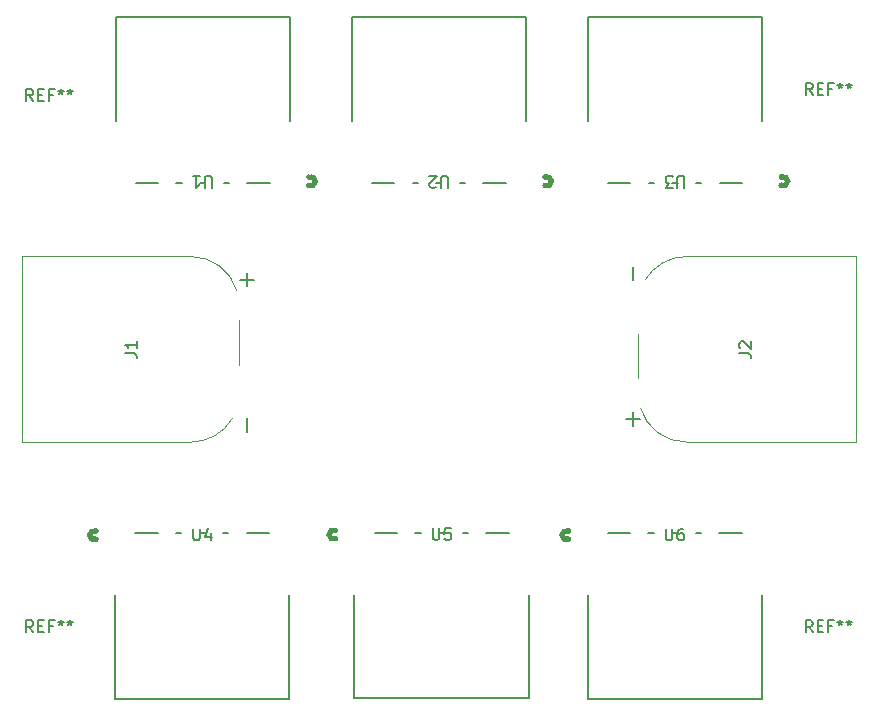
<source format=gbr>
%TF.GenerationSoftware,KiCad,Pcbnew,8.0.6*%
%TF.CreationDate,2025-05-08T15:46:12-04:00*%
%TF.ProjectId,5VConnectorBoard,3556436f-6e6e-4656-9374-6f72426f6172,rev?*%
%TF.SameCoordinates,Original*%
%TF.FileFunction,Legend,Top*%
%TF.FilePolarity,Positive*%
%FSLAX46Y46*%
G04 Gerber Fmt 4.6, Leading zero omitted, Abs format (unit mm)*
G04 Created by KiCad (PCBNEW 8.0.6) date 2025-05-08 15:46:12*
%MOMM*%
%LPD*%
G01*
G04 APERTURE LIST*
%ADD10C,0.150000*%
%ADD11C,0.120000*%
%ADD12C,0.152400*%
%ADD13C,0.508000*%
G04 APERTURE END LIST*
D10*
X159454819Y-91833333D02*
X160169104Y-91833333D01*
X160169104Y-91833333D02*
X160311961Y-91880952D01*
X160311961Y-91880952D02*
X160407200Y-91976190D01*
X160407200Y-91976190D02*
X160454819Y-92119047D01*
X160454819Y-92119047D02*
X160454819Y-92214285D01*
X159550057Y-91404761D02*
X159502438Y-91357142D01*
X159502438Y-91357142D02*
X159454819Y-91261904D01*
X159454819Y-91261904D02*
X159454819Y-91023809D01*
X159454819Y-91023809D02*
X159502438Y-90928571D01*
X159502438Y-90928571D02*
X159550057Y-90880952D01*
X159550057Y-90880952D02*
X159645295Y-90833333D01*
X159645295Y-90833333D02*
X159740533Y-90833333D01*
X159740533Y-90833333D02*
X159883390Y-90880952D01*
X159883390Y-90880952D02*
X160454819Y-91452380D01*
X160454819Y-91452380D02*
X160454819Y-90833333D01*
X150464700Y-97971428D02*
X150464700Y-96828571D01*
X151036128Y-97399999D02*
X149893271Y-97399999D01*
X150464700Y-85671428D02*
X150464700Y-84528571D01*
X99666666Y-115454819D02*
X99333333Y-114978628D01*
X99095238Y-115454819D02*
X99095238Y-114454819D01*
X99095238Y-114454819D02*
X99476190Y-114454819D01*
X99476190Y-114454819D02*
X99571428Y-114502438D01*
X99571428Y-114502438D02*
X99619047Y-114550057D01*
X99619047Y-114550057D02*
X99666666Y-114645295D01*
X99666666Y-114645295D02*
X99666666Y-114788152D01*
X99666666Y-114788152D02*
X99619047Y-114883390D01*
X99619047Y-114883390D02*
X99571428Y-114931009D01*
X99571428Y-114931009D02*
X99476190Y-114978628D01*
X99476190Y-114978628D02*
X99095238Y-114978628D01*
X100095238Y-114931009D02*
X100428571Y-114931009D01*
X100571428Y-115454819D02*
X100095238Y-115454819D01*
X100095238Y-115454819D02*
X100095238Y-114454819D01*
X100095238Y-114454819D02*
X100571428Y-114454819D01*
X101333333Y-114931009D02*
X101000000Y-114931009D01*
X101000000Y-115454819D02*
X101000000Y-114454819D01*
X101000000Y-114454819D02*
X101476190Y-114454819D01*
X102000000Y-114454819D02*
X102000000Y-114692914D01*
X101761905Y-114597676D02*
X102000000Y-114692914D01*
X102000000Y-114692914D02*
X102238095Y-114597676D01*
X101857143Y-114883390D02*
X102000000Y-114692914D01*
X102000000Y-114692914D02*
X102142857Y-114883390D01*
X102761905Y-114454819D02*
X102761905Y-114692914D01*
X102523810Y-114597676D02*
X102761905Y-114692914D01*
X102761905Y-114692914D02*
X103000000Y-114597676D01*
X102619048Y-114883390D02*
X102761905Y-114692914D01*
X102761905Y-114692914D02*
X102904762Y-114883390D01*
X133488097Y-106641226D02*
X133488097Y-107450749D01*
X133488097Y-107450749D02*
X133535716Y-107545987D01*
X133535716Y-107545987D02*
X133583335Y-107593607D01*
X133583335Y-107593607D02*
X133678573Y-107641226D01*
X133678573Y-107641226D02*
X133869049Y-107641226D01*
X133869049Y-107641226D02*
X133964287Y-107593607D01*
X133964287Y-107593607D02*
X134011906Y-107545987D01*
X134011906Y-107545987D02*
X134059525Y-107450749D01*
X134059525Y-107450749D02*
X134059525Y-106641226D01*
X135011906Y-106641226D02*
X134535716Y-106641226D01*
X134535716Y-106641226D02*
X134488097Y-107117416D01*
X134488097Y-107117416D02*
X134535716Y-107069797D01*
X134535716Y-107069797D02*
X134630954Y-107022178D01*
X134630954Y-107022178D02*
X134869049Y-107022178D01*
X134869049Y-107022178D02*
X134964287Y-107069797D01*
X134964287Y-107069797D02*
X135011906Y-107117416D01*
X135011906Y-107117416D02*
X135059525Y-107212654D01*
X135059525Y-107212654D02*
X135059525Y-107450749D01*
X135059525Y-107450749D02*
X135011906Y-107545987D01*
X135011906Y-107545987D02*
X134964287Y-107593607D01*
X134964287Y-107593607D02*
X134869049Y-107641226D01*
X134869049Y-107641226D02*
X134630954Y-107641226D01*
X134630954Y-107641226D02*
X134535716Y-107593607D01*
X134535716Y-107593607D02*
X134488097Y-107545987D01*
X114779304Y-77815281D02*
X114779304Y-77005758D01*
X114779304Y-77005758D02*
X114731685Y-76910520D01*
X114731685Y-76910520D02*
X114684066Y-76862901D01*
X114684066Y-76862901D02*
X114588828Y-76815281D01*
X114588828Y-76815281D02*
X114398352Y-76815281D01*
X114398352Y-76815281D02*
X114303114Y-76862901D01*
X114303114Y-76862901D02*
X114255495Y-76910520D01*
X114255495Y-76910520D02*
X114207876Y-77005758D01*
X114207876Y-77005758D02*
X114207876Y-77815281D01*
X113207876Y-76815281D02*
X113779304Y-76815281D01*
X113493590Y-76815281D02*
X113493590Y-77815281D01*
X113493590Y-77815281D02*
X113588828Y-77672424D01*
X113588828Y-77672424D02*
X113684066Y-77577186D01*
X113684066Y-77577186D02*
X113779304Y-77529567D01*
X154779304Y-77815281D02*
X154779304Y-77005758D01*
X154779304Y-77005758D02*
X154731685Y-76910520D01*
X154731685Y-76910520D02*
X154684066Y-76862901D01*
X154684066Y-76862901D02*
X154588828Y-76815281D01*
X154588828Y-76815281D02*
X154398352Y-76815281D01*
X154398352Y-76815281D02*
X154303114Y-76862901D01*
X154303114Y-76862901D02*
X154255495Y-76910520D01*
X154255495Y-76910520D02*
X154207876Y-77005758D01*
X154207876Y-77005758D02*
X154207876Y-77815281D01*
X153826923Y-77815281D02*
X153207876Y-77815281D01*
X153207876Y-77815281D02*
X153541209Y-77434329D01*
X153541209Y-77434329D02*
X153398352Y-77434329D01*
X153398352Y-77434329D02*
X153303114Y-77386710D01*
X153303114Y-77386710D02*
X153255495Y-77339091D01*
X153255495Y-77339091D02*
X153207876Y-77243853D01*
X153207876Y-77243853D02*
X153207876Y-77005758D01*
X153207876Y-77005758D02*
X153255495Y-76910520D01*
X153255495Y-76910520D02*
X153303114Y-76862901D01*
X153303114Y-76862901D02*
X153398352Y-76815281D01*
X153398352Y-76815281D02*
X153684066Y-76815281D01*
X153684066Y-76815281D02*
X153779304Y-76862901D01*
X153779304Y-76862901D02*
X153826923Y-76910520D01*
X153220695Y-106684719D02*
X153220695Y-107494242D01*
X153220695Y-107494242D02*
X153268314Y-107589480D01*
X153268314Y-107589480D02*
X153315933Y-107637100D01*
X153315933Y-107637100D02*
X153411171Y-107684719D01*
X153411171Y-107684719D02*
X153601647Y-107684719D01*
X153601647Y-107684719D02*
X153696885Y-107637100D01*
X153696885Y-107637100D02*
X153744504Y-107589480D01*
X153744504Y-107589480D02*
X153792123Y-107494242D01*
X153792123Y-107494242D02*
X153792123Y-106684719D01*
X154696885Y-106684719D02*
X154506409Y-106684719D01*
X154506409Y-106684719D02*
X154411171Y-106732338D01*
X154411171Y-106732338D02*
X154363552Y-106779957D01*
X154363552Y-106779957D02*
X154268314Y-106922814D01*
X154268314Y-106922814D02*
X154220695Y-107113290D01*
X154220695Y-107113290D02*
X154220695Y-107494242D01*
X154220695Y-107494242D02*
X154268314Y-107589480D01*
X154268314Y-107589480D02*
X154315933Y-107637100D01*
X154315933Y-107637100D02*
X154411171Y-107684719D01*
X154411171Y-107684719D02*
X154601647Y-107684719D01*
X154601647Y-107684719D02*
X154696885Y-107637100D01*
X154696885Y-107637100D02*
X154744504Y-107589480D01*
X154744504Y-107589480D02*
X154792123Y-107494242D01*
X154792123Y-107494242D02*
X154792123Y-107256147D01*
X154792123Y-107256147D02*
X154744504Y-107160909D01*
X154744504Y-107160909D02*
X154696885Y-107113290D01*
X154696885Y-107113290D02*
X154601647Y-107065671D01*
X154601647Y-107065671D02*
X154411171Y-107065671D01*
X154411171Y-107065671D02*
X154315933Y-107113290D01*
X154315933Y-107113290D02*
X154268314Y-107160909D01*
X154268314Y-107160909D02*
X154220695Y-107256147D01*
X107454819Y-91833333D02*
X108169104Y-91833333D01*
X108169104Y-91833333D02*
X108311961Y-91880952D01*
X108311961Y-91880952D02*
X108407200Y-91976190D01*
X108407200Y-91976190D02*
X108454819Y-92119047D01*
X108454819Y-92119047D02*
X108454819Y-92214285D01*
X108454819Y-90833333D02*
X108454819Y-91404761D01*
X108454819Y-91119047D02*
X107454819Y-91119047D01*
X107454819Y-91119047D02*
X107597676Y-91214285D01*
X107597676Y-91214285D02*
X107692914Y-91309523D01*
X107692914Y-91309523D02*
X107740533Y-91404761D01*
X117764700Y-98471428D02*
X117764700Y-97328571D01*
X117764700Y-86171428D02*
X117764700Y-85028571D01*
X118336128Y-85599999D02*
X117193271Y-85599999D01*
X99666666Y-70454819D02*
X99333333Y-69978628D01*
X99095238Y-70454819D02*
X99095238Y-69454819D01*
X99095238Y-69454819D02*
X99476190Y-69454819D01*
X99476190Y-69454819D02*
X99571428Y-69502438D01*
X99571428Y-69502438D02*
X99619047Y-69550057D01*
X99619047Y-69550057D02*
X99666666Y-69645295D01*
X99666666Y-69645295D02*
X99666666Y-69788152D01*
X99666666Y-69788152D02*
X99619047Y-69883390D01*
X99619047Y-69883390D02*
X99571428Y-69931009D01*
X99571428Y-69931009D02*
X99476190Y-69978628D01*
X99476190Y-69978628D02*
X99095238Y-69978628D01*
X100095238Y-69931009D02*
X100428571Y-69931009D01*
X100571428Y-70454819D02*
X100095238Y-70454819D01*
X100095238Y-70454819D02*
X100095238Y-69454819D01*
X100095238Y-69454819D02*
X100571428Y-69454819D01*
X101333333Y-69931009D02*
X101000000Y-69931009D01*
X101000000Y-70454819D02*
X101000000Y-69454819D01*
X101000000Y-69454819D02*
X101476190Y-69454819D01*
X102000000Y-69454819D02*
X102000000Y-69692914D01*
X101761905Y-69597676D02*
X102000000Y-69692914D01*
X102000000Y-69692914D02*
X102238095Y-69597676D01*
X101857143Y-69883390D02*
X102000000Y-69692914D01*
X102000000Y-69692914D02*
X102142857Y-69883390D01*
X102761905Y-69454819D02*
X102761905Y-69692914D01*
X102523810Y-69597676D02*
X102761905Y-69692914D01*
X102761905Y-69692914D02*
X103000000Y-69597676D01*
X102619048Y-69883390D02*
X102761905Y-69692914D01*
X102761905Y-69692914D02*
X102904762Y-69883390D01*
X165666666Y-115454819D02*
X165333333Y-114978628D01*
X165095238Y-115454819D02*
X165095238Y-114454819D01*
X165095238Y-114454819D02*
X165476190Y-114454819D01*
X165476190Y-114454819D02*
X165571428Y-114502438D01*
X165571428Y-114502438D02*
X165619047Y-114550057D01*
X165619047Y-114550057D02*
X165666666Y-114645295D01*
X165666666Y-114645295D02*
X165666666Y-114788152D01*
X165666666Y-114788152D02*
X165619047Y-114883390D01*
X165619047Y-114883390D02*
X165571428Y-114931009D01*
X165571428Y-114931009D02*
X165476190Y-114978628D01*
X165476190Y-114978628D02*
X165095238Y-114978628D01*
X166095238Y-114931009D02*
X166428571Y-114931009D01*
X166571428Y-115454819D02*
X166095238Y-115454819D01*
X166095238Y-115454819D02*
X166095238Y-114454819D01*
X166095238Y-114454819D02*
X166571428Y-114454819D01*
X167333333Y-114931009D02*
X167000000Y-114931009D01*
X167000000Y-115454819D02*
X167000000Y-114454819D01*
X167000000Y-114454819D02*
X167476190Y-114454819D01*
X168000000Y-114454819D02*
X168000000Y-114692914D01*
X167761905Y-114597676D02*
X168000000Y-114692914D01*
X168000000Y-114692914D02*
X168238095Y-114597676D01*
X167857143Y-114883390D02*
X168000000Y-114692914D01*
X168000000Y-114692914D02*
X168142857Y-114883390D01*
X168761905Y-114454819D02*
X168761905Y-114692914D01*
X168523810Y-114597676D02*
X168761905Y-114692914D01*
X168761905Y-114692914D02*
X169000000Y-114597676D01*
X168619048Y-114883390D02*
X168761905Y-114692914D01*
X168761905Y-114692914D02*
X168904762Y-114883390D01*
X113220695Y-106684719D02*
X113220695Y-107494242D01*
X113220695Y-107494242D02*
X113268314Y-107589480D01*
X113268314Y-107589480D02*
X113315933Y-107637100D01*
X113315933Y-107637100D02*
X113411171Y-107684719D01*
X113411171Y-107684719D02*
X113601647Y-107684719D01*
X113601647Y-107684719D02*
X113696885Y-107637100D01*
X113696885Y-107637100D02*
X113744504Y-107589480D01*
X113744504Y-107589480D02*
X113792123Y-107494242D01*
X113792123Y-107494242D02*
X113792123Y-106684719D01*
X114696885Y-107018052D02*
X114696885Y-107684719D01*
X114458790Y-106637100D02*
X114220695Y-107351385D01*
X114220695Y-107351385D02*
X114839742Y-107351385D01*
X134779304Y-77815281D02*
X134779304Y-77005758D01*
X134779304Y-77005758D02*
X134731685Y-76910520D01*
X134731685Y-76910520D02*
X134684066Y-76862901D01*
X134684066Y-76862901D02*
X134588828Y-76815281D01*
X134588828Y-76815281D02*
X134398352Y-76815281D01*
X134398352Y-76815281D02*
X134303114Y-76862901D01*
X134303114Y-76862901D02*
X134255495Y-76910520D01*
X134255495Y-76910520D02*
X134207876Y-77005758D01*
X134207876Y-77005758D02*
X134207876Y-77815281D01*
X133779304Y-77720043D02*
X133731685Y-77767662D01*
X133731685Y-77767662D02*
X133636447Y-77815281D01*
X133636447Y-77815281D02*
X133398352Y-77815281D01*
X133398352Y-77815281D02*
X133303114Y-77767662D01*
X133303114Y-77767662D02*
X133255495Y-77720043D01*
X133255495Y-77720043D02*
X133207876Y-77624805D01*
X133207876Y-77624805D02*
X133207876Y-77529567D01*
X133207876Y-77529567D02*
X133255495Y-77386710D01*
X133255495Y-77386710D02*
X133826923Y-76815281D01*
X133826923Y-76815281D02*
X133207876Y-76815281D01*
X165666666Y-69954819D02*
X165333333Y-69478628D01*
X165095238Y-69954819D02*
X165095238Y-68954819D01*
X165095238Y-68954819D02*
X165476190Y-68954819D01*
X165476190Y-68954819D02*
X165571428Y-69002438D01*
X165571428Y-69002438D02*
X165619047Y-69050057D01*
X165619047Y-69050057D02*
X165666666Y-69145295D01*
X165666666Y-69145295D02*
X165666666Y-69288152D01*
X165666666Y-69288152D02*
X165619047Y-69383390D01*
X165619047Y-69383390D02*
X165571428Y-69431009D01*
X165571428Y-69431009D02*
X165476190Y-69478628D01*
X165476190Y-69478628D02*
X165095238Y-69478628D01*
X166095238Y-69431009D02*
X166428571Y-69431009D01*
X166571428Y-69954819D02*
X166095238Y-69954819D01*
X166095238Y-69954819D02*
X166095238Y-68954819D01*
X166095238Y-68954819D02*
X166571428Y-68954819D01*
X167333333Y-69431009D02*
X167000000Y-69431009D01*
X167000000Y-69954819D02*
X167000000Y-68954819D01*
X167000000Y-68954819D02*
X167476190Y-68954819D01*
X168000000Y-68954819D02*
X168000000Y-69192914D01*
X167761905Y-69097676D02*
X168000000Y-69192914D01*
X168000000Y-69192914D02*
X168238095Y-69097676D01*
X167857143Y-69383390D02*
X168000000Y-69192914D01*
X168000000Y-69192914D02*
X168142857Y-69383390D01*
X168761905Y-68954819D02*
X168761905Y-69192914D01*
X168523810Y-69097676D02*
X168761905Y-69192914D01*
X168761905Y-69192914D02*
X169000000Y-69097676D01*
X168619048Y-69383390D02*
X168761905Y-69192914D01*
X168761905Y-69192914D02*
X168904762Y-69383390D01*
D11*
%TO.C,J2*%
X150890000Y-90210000D02*
X150890000Y-93950000D01*
X169310000Y-83640000D02*
X155000000Y-83640000D01*
X169310000Y-83640000D02*
X169310000Y-99360000D01*
X169310000Y-99360000D02*
X155000000Y-99360000D01*
X151477042Y-85633194D02*
G75*
G02*
X155000000Y-83640000I3522957J-2116805D01*
G01*
X155000000Y-99360000D02*
G75*
G02*
X151069587Y-96451648I0J4110000D01*
G01*
D12*
%TO.C,U5*%
X126873004Y-112290639D02*
X126873004Y-121063408D01*
X126873004Y-121063408D02*
X141627001Y-121063408D01*
X130472763Y-107009407D02*
X128577344Y-107009407D01*
X132472762Y-107009407D02*
X132027243Y-107009407D01*
X134472763Y-107009407D02*
X134027242Y-107009407D01*
X136472761Y-107009407D02*
X136027243Y-107009407D01*
X139922660Y-107009407D02*
X138027241Y-107009407D01*
X141627001Y-121063408D02*
X141627001Y-112290639D01*
D13*
X125244864Y-107536696D02*
G75*
G02*
X125244864Y-106836118I-149861J350289D01*
G01*
D12*
%TO.C,U1*%
X106640401Y-63393100D02*
X106640401Y-72165869D01*
X108344742Y-77447101D02*
X110240161Y-77447101D01*
X111794641Y-77447101D02*
X112240159Y-77447101D01*
X113794639Y-77447101D02*
X114240160Y-77447101D01*
X115794640Y-77447101D02*
X116240159Y-77447101D01*
X117794639Y-77447101D02*
X119690058Y-77447101D01*
X121394398Y-63393100D02*
X106640401Y-63393100D01*
X121394398Y-72165869D02*
X121394398Y-63393100D01*
D13*
X123022538Y-76919812D02*
G75*
G02*
X123022538Y-77620390I149861J-350289D01*
G01*
D12*
%TO.C,U3*%
X146640401Y-63393100D02*
X146640401Y-72165869D01*
X148344742Y-77447101D02*
X150240161Y-77447101D01*
X151794641Y-77447101D02*
X152240159Y-77447101D01*
X153794639Y-77447101D02*
X154240160Y-77447101D01*
X155794640Y-77447101D02*
X156240159Y-77447101D01*
X157794639Y-77447101D02*
X159690058Y-77447101D01*
X161394398Y-63393100D02*
X146640401Y-63393100D01*
X161394398Y-72165869D02*
X161394398Y-63393100D01*
D13*
X163022538Y-76919812D02*
G75*
G02*
X163022538Y-77620390I149861J-350289D01*
G01*
D12*
%TO.C,U6*%
X146605602Y-112334132D02*
X146605602Y-121106901D01*
X146605602Y-121106901D02*
X161359599Y-121106901D01*
X150205361Y-107052900D02*
X148309942Y-107052900D01*
X152205360Y-107052900D02*
X151759841Y-107052900D01*
X154205361Y-107052900D02*
X153759840Y-107052900D01*
X156205359Y-107052900D02*
X155759841Y-107052900D01*
X159655258Y-107052900D02*
X157759839Y-107052900D01*
X161359599Y-121106901D02*
X161359599Y-112334132D01*
D13*
X144977462Y-107580189D02*
G75*
G02*
X144977462Y-106879611I-149861J350289D01*
G01*
D11*
%TO.C,J1*%
X98690000Y-83640000D02*
X113000000Y-83640000D01*
X98690000Y-99360000D02*
X98690000Y-83640000D01*
X98690000Y-99360000D02*
X113000000Y-99360000D01*
X117110000Y-92790000D02*
X117110000Y-89050000D01*
X113000000Y-83640000D02*
G75*
G02*
X116930413Y-86548352I0J-4110000D01*
G01*
X116522958Y-97366806D02*
G75*
G02*
X113000000Y-99360000I-3522957J2116805D01*
G01*
D12*
%TO.C,U4*%
X106605602Y-112334132D02*
X106605602Y-121106901D01*
X106605602Y-121106901D02*
X121359599Y-121106901D01*
X110205361Y-107052900D02*
X108309942Y-107052900D01*
X112205360Y-107052900D02*
X111759841Y-107052900D01*
X114205361Y-107052900D02*
X113759840Y-107052900D01*
X116205359Y-107052900D02*
X115759841Y-107052900D01*
X119655258Y-107052900D02*
X117759839Y-107052900D01*
X121359599Y-121106901D02*
X121359599Y-112334132D01*
D13*
X104977462Y-107580189D02*
G75*
G02*
X104977462Y-106879611I-149861J350289D01*
G01*
D12*
%TO.C,U2*%
X126640401Y-63393100D02*
X126640401Y-72165869D01*
X128344742Y-77447101D02*
X130240161Y-77447101D01*
X131794641Y-77447101D02*
X132240159Y-77447101D01*
X133794639Y-77447101D02*
X134240160Y-77447101D01*
X135794640Y-77447101D02*
X136240159Y-77447101D01*
X137794639Y-77447101D02*
X139690058Y-77447101D01*
X141394398Y-63393100D02*
X126640401Y-63393100D01*
X141394398Y-72165869D02*
X141394398Y-63393100D01*
D13*
X143022538Y-76919812D02*
G75*
G02*
X143022538Y-77620390I149861J-350289D01*
G01*
%TD*%
M02*

</source>
